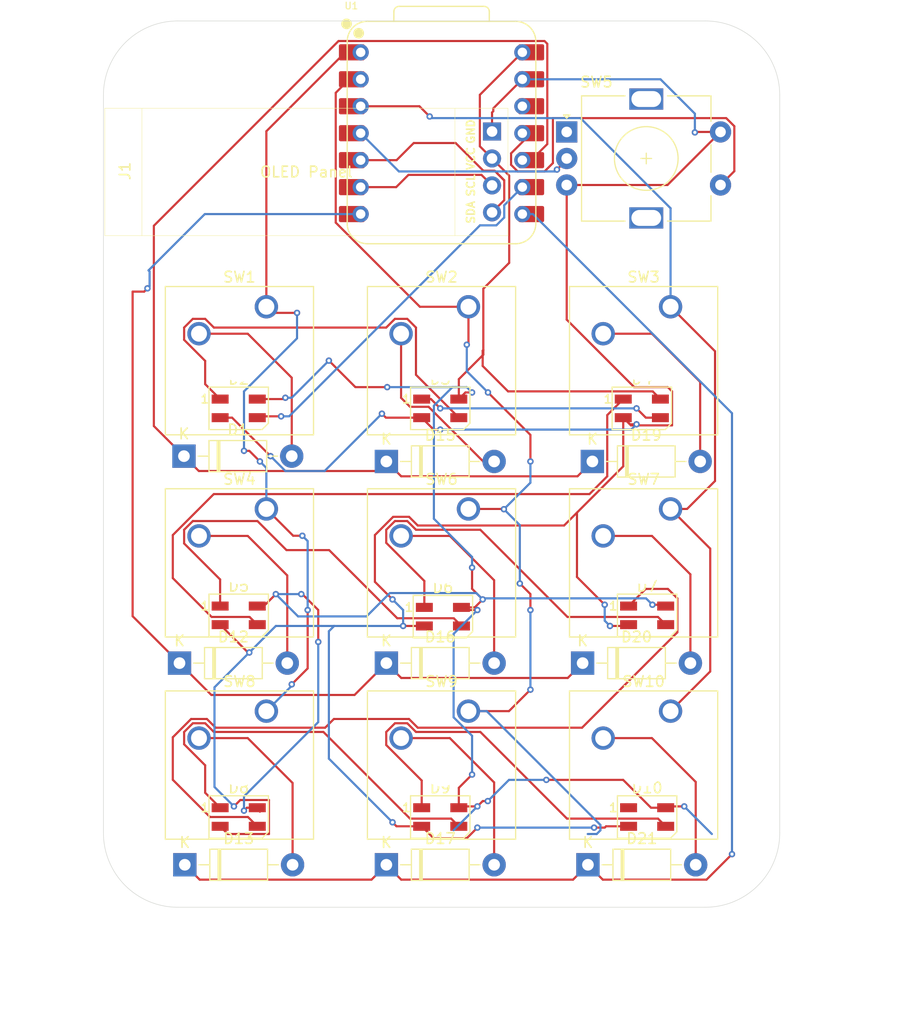
<source format=kicad_pcb>
(kicad_pcb (version 20241229) (generator "pcbnew") (generator_version "9.0")
  (layers (0 "F.Cu" signal) (2 "B.Cu" signal) (13 "F.Paste" user) (15 "B.Paste" user) (5 "F.SilkS" user "F.Silkscreen") (7 "B.SilkS" user "B.Silkscreen") (1 "F.Mask" user) (3 "B.Mask" user) (25 "Edge.Cuts" user))
  (net 0 "")
  (net 1 "+5V")
  (net 2 "GND")
  (net 3 "Net-(D2-DOUT)")
  (net 4 "Net-(D3-DOUT)")
  (net 5 "Net-(D5-DOUT)")
  (net 6 "Net-(D10-DIN)")
  (net 7 "Net-(U1-GPIO28{slash}ADC2{slash}A2)")
  (net 8 "Net-(U1-GPIO3{slash}MOSI)")
  (net 9 "Net-(D1-A)")
  (net 10 "Net-(U1-GPIO26{slash}ADC0{slash}A0)")
  (net 11 "Net-(U1-GPIO27{slash}ADC1{slash}A1)")
  (net 12 "Net-(D1-K)")
  (net 13 "SDA")
  (net 14 "Net-(D4-DOUT)")
  (net 15 "Net-(D6-DOUT)")
  (net 16 "Net-(D7-DOUT)")
  (net 17 "Net-(D8-DOUT)")
  (net 18 "Net-(D12-A)")
  (net 19 "Net-(D12-K)")
  (net 20 "Net-(D13-A)")
  (net 21 "Net-(D13-K)")
  (net 22 "Net-(D15-A)")
  (net 23 "Net-(D16-A)")
  (net 24 "Net-(D17-A)")
  (net 25 "Net-(D19-A)")
  (net 26 "Net-(D20-A)")
  (net 27 "Net-(D21-A)")
  (net 28 "SCL")
  (net 29 "+3V3")
  (net 30 "Net-(U1-GPIO29{slash}ADC3{slash}A3)")
  (net 32 "Yay")
  (footprint "Diode_THT:D_DO-41_SOD81_P10.16mm_Horizontal" (layer "F.Cu") (at 182.92 59.5)
    (property "Reference" "D15")
    (property "Value" "1N4004")
  )
  (footprint "Button_Switch_Keyboard:SW_Cherry_MX_1.00u_PCB" (layer "F.Cu") (at 171.60875 83.02625)
    (property "Reference" "SW8")
    (property "Value" "SW_Push")
  )
  (footprint "LED_SMD:LED_SK6812MINI_PLCC4_3.5x3.5mm_P1.75mm" (layer "F.Cu") (at 207 54.5)
    (property "Reference" "D4")
    (property "Value" "SK6812MINI")
  )
  (footprint "Button_Switch_Keyboard:SW_Cherry_MX_1.00u_PCB" (layer "F.Cu") (at 209.70875 44.92625)
    (property "Reference" "SW3")
    (property "Value" "SW_Push")
  )
  (footprint "LED_SMD:LED_SK6812MINI_PLCC4_3.5x3.5mm_P1.75mm" (layer "F.Cu") (at 169 54.5)
    (property "Reference" "D2")
    (property "Value" "SK6812MINI")
  )
  (footprint "Diode_THT:D_DO-41_SOD81_P10.16mm_Horizontal" (layer "F.Cu") (at 182.92 78.5)
    (property "Reference" "D16")
    (property "Value" "1N4004")
  )
  (footprint "Button_Switch_Keyboard:SW_Cherry_MX_1.00u_PCB" (layer "F.Cu") (at 209.70875 83.02625)
    (property "Reference" "SW10")
    (property "Value" "SW_Push")
  )
  (footprint "Diode_THT:D_DO-41_SOD81_P10.16mm_Horizontal" (layer "F.Cu") (at 182.92 97.5)
    (property "Reference" "D17")
    (property "Value" "1N4004")
  )
  (footprint "LED_SMD:LED_SK6812MINI_PLCC4_3.5x3.5mm_P1.75mm" (layer "F.Cu") (at 169 93)
    (property "Reference" "D8")
    (property "Value" "SK6812MINI")
  )
  (footprint "Button_Switch_Keyboard:SW_Cherry_MX_1.00u_PCB" (layer "F.Cu") (at 171.60875 63.97625)
    (property "Reference" "SW4")
    (property "Value" "SW_Push")
  )
  (footprint "LED_SMD:LED_SK6812MINI_PLCC4_3.5x3.5mm_P1.75mm" (layer "F.Cu") (at 188.25 74.125)
    (property "Reference" "D6")
    (property "Value" "SK6812MINI")
  )
  (footprint "Diode_THT:D_DO-41_SOD81_P10.16mm_Horizontal" (layer "F.Cu") (at 201.42 78.5)
    (property "Reference" "D20")
    (property "Value" "1N4004")
  )
  (footprint "Button_Switch_Keyboard:SW_Cherry_MX_1.00u_PCB" (layer "F.Cu") (at 190.65875 44.92625)
    (property "Reference" "SW2")
    (property "Value" "SW_Push")
  )
  (footprint "Diode_THT:D_DO-41_SOD81_P10.16mm_Horizontal" (layer "F.Cu") (at 201.92 97.5)
    (property "Reference" "D21")
    (property "Value" "1N4004")
  )
  (footprint "Diode_THT:D_DO-41_SOD81_P10.16mm_Horizontal" (layer "F.Cu") (at 163.42 78.5)
    (property "Reference" "D12")
    (property "Value" "1N4004")
  )
  (footprint "Button_Switch_Keyboard:SW_Cherry_MX_1.00u_PCB" (layer "F.Cu") (at 171.60875 44.92625)
    (property "Reference" "SW1")
    (property "Value" "SW_Push")
  )
  (footprint "Button_Switch_Keyboard:SW_Cherry_MX_1.00u_PCB" (layer "F.Cu") (at 190.65875 83.02625)
    (property "Reference" "SW9")
    (property "Value" "SW_Push")
  )
  (footprint "Button_Switch_Keyboard:SW_Cherry_MX_1.00u_PCB" (layer "F.Cu") (at 209.70875 63.97625)
    (property "Reference" "SW7")
    (property "Value" "SW_Push")
  )
  (footprint "LED_SMD:LED_SK6812MINI_PLCC4_3.5x3.5mm_P1.75mm" (layer "F.Cu") (at 207.5 74)
    (property "Reference" "D7")
    (property "Value" "SK6812MINI")
  )
  (footprint "Diode_THT:D_DO-41_SOD81_P10.16mm_Horizontal" (layer "F.Cu") (at 163.92 97.5)
    (property "Reference" "D13")
    (property "Value" "1N4004")
  )
  (footprint "Diode_THT:D_DO-41_SOD81_P10.16mm_Horizontal" (layer "F.Cu") (at 163.84 59)
    (property "Reference" "D1")
    (property "Value" "1N4004")
  )
  (footprint "LED_SMD:LED_SK6812MINI_PLCC4_3.5x3.5mm_P1.75mm" (layer "F.Cu") (at 188 93)
    (property "Reference" "D9")
    (property "Value" "SK6812MINI")
  )
  (footprint "LED_SMD:LED_SK6812MINI_PLCC4_3.5x3.5mm_P1.75mm" (layer "F.Cu") (at 207.5 93)
    (property "Reference" "D10")
    (property "Value" "SK6812MINI")
  )
  (footprint "OPL:XIAO-RP2040-DIP" (layer "F.Cu") (at 188.11875 28.575)
    (property "Reference" "U1")
    (property "Value" "XIAO-RP2040-DIP")
  )
  (footprint "LED_SMD:LED_SK6812MINI_PLCC4_3.5x3.5mm_P1.75mm" (layer "F.Cu") (at 188 54.5)
    (property "Reference" "D3")
    (property "Value" "SK6812MINI")
  )
  (footprint "OLED:SSD1306-0.91-OLED-4pin-128x32" (layer "F.Cu") (at 156.38125 26.22625)
    (property "Reference" "J1")
    (property "Value" "Conn_01x04")
  )
  (footprint "EC11:RotaryEncoder_Alps_EC11E-Switch_Vertical_H20mm" (layer "F.Cu") (at 199.91875 28.45625)
    (property "Reference" "SW5")
    (property "Value" "RotaryEncoder_Switch")
  )
  (footprint "Button_Switch_Keyboard:SW_Cherry_MX_1.00u_PCB" (layer "F.Cu") (at 190.65875 63.97625)
    (property "Reference" "SW6")
    (property "Value" "SW_Push")
  )
  (footprint "LED_SMD:LED_SK6812MINI_PLCC4_3.5x3.5mm_P1.75mm" (layer "F.Cu") (at 169 74)
    (property "Reference" "D5")
    (property "Value" "SK6812MINI")
  )
  (footprint "Diode_THT:D_DO-41_SOD81_P10.16mm_Horizontal" (layer "F.Cu") (at 202.34 59.5)
    (property "Reference" "D19")
    (property "Value" "1N4004")
  )
  (gr_line (start 163.25 18) (end 213 18) (stroke (width 0.05)) (layer "Edge.Cuts"))
  (gr_arc (start 156.25 25) (mid 158.300253 20.050253) (end 163.25 18) (stroke (width 0.05)) (layer "Edge.Cuts"))
  (gr_arc (start 163.25 101.5) (mid 158.300253 99.449747) (end 156.25 94.5) (stroke (width 0.05)) (layer "Edge.Cuts"))
  (gr_line (start 213 101.5) (end 163.25 101.5) (stroke (width 0.05)) (layer "Edge.Cuts"))
  (gr_line (start 156.25 94.5) (end 156.25 25) (stroke (width 0.05)) (layer "Edge.Cuts"))
  (gr_arc (start 213 18) (mid 217.949747 20.050253) (end 220 25) (stroke (width 0.05)) (layer "Edge.Cuts"))
  (gr_line (start 220 25) (end 220 94.5) (stroke (width 0.05)) (layer "Edge.Cuts"))
  (gr_arc (start 220 94.5) (mid 217.949747 99.449747) (end 213 101.5) (stroke (width 0.05)) (layer "Edge.Cuts"))
  (segment (start 189.75 92.125) (end 189.75 90.25) (width 0.2) (layer "F.Cu") (net 1))
  (segment (start 209.125 73) (end 209.25 73.125) (width 0.2) (layer "F.Cu") (net 1))
  (segment (start 171.375 73.125) (end 172.5 72) (width 0.2) (layer "F.Cu") (net 1))
  (segment (start 192 91.5) (end 191.5 92) (width 0.2) (layer "F.Cu") (net 1))
  (segment (start 173.275 53.625) (end 173.4 53.5) (width 0.2) (layer "F.Cu") (net 1))
  (segment (start 177.5 50) (end 180 52.5) (width 0.2) (layer "F.Cu") (net 1))
  (segment (start 192 72.5) (end 191 71.5) (width 0.2) (layer "F.Cu") (net 1))
  (segment (start 209.25 92.125) (end 207.862684 92.125) (width 0.2) (layer "F.Cu") (net 1))
  (segment (start 190.25 73.5) (end 190 73.25) (width 0.2) (layer "F.Cu") (net 1))
  (segment (start 191.73025 29.80525) (end 191.73025 24.9635) (width 0.2) (layer "F.Cu") (net 1))
  (segment (start 194.5 32.575) (end 192.88125 30.95625) (width 0.2) (layer "F.Cu") (net 1))
  (segment (start 191.99775 50.50372) (end 191.99775 49.062) (width 0.2) (layer "F.Cu") (net 1))
  (segment (start 170.75 73.125) (end 171.375 73.125) (width 0.2) (layer "F.Cu") (net 1))
  (segment (start 170.75 92.125) (end 169.775 92.125) (width 0.2) (layer "F.Cu") (net 1))
  (segment (start 190.375 53) (end 189.75 53.625) (width 0.2) (layer "F.Cu") (net 1))
  (segment (start 190 73.25) (end 191.25 73.25) (width 0.2) (layer "F.Cu") (net 1))
  (segment (start 176.5 76.5) (end 176.5 73.5) (width 0.2) (layer "F.Cu") (net 1))
  (segment (start 191.25 73.25) (end 192 72.5) (width 0.2) (layer "F.Cu") (net 1))
  (segment (start 175 72) (end 174.9 72) (width 0.2) (layer "F.Cu") (net 1))
  (segment (start 211 92) (end 209.375 92) (width 0.2) (layer "F.Cu") (net 1))
  (segment (start 194.39303 52.899) (end 191.99775 50.50372) (width 0.2) (layer "F.Cu") (net 1))
  (segment (start 207.862684 92.125) (end 205.237684 89.5) (width 0.2) (layer "F.Cu") (net 1))
  (segment (start 192.05975 43.226436) (end 192.393093 42.893093) (width 0.2) (layer "F.Cu") (net 1))
  (segment (start 192.393093 42.893093) (end 194.5 40.786186) (width 0.2) (layer "F.Cu") (net 1))
  (segment (start 191.5 92) (end 189.875 92) (width 0.2) (layer "F.Cu") (net 1))
  (segment (start 192.88125 30.95625) (end 192.95625 30.95625) (width 0.2) (layer "F.Cu") (net 1))
  (segment (start 208.024 52.899) (end 194.39303 52.899) (width 0.2) (layer "F.Cu") (net 1))
  (segment (start 170.75 53.625) (end 173.275 53.625) (width 0.2) (layer "F.Cu") (net 1))
  (segment (start 169.775 92.125) (end 169.5 92.4) (width 0.2) (layer "F.Cu") (net 1))
  (segment (start 191 53) (end 190.375 53) (width 0.2) (layer "F.Cu") (net 1))
  (segment (start 189.75 51.75) (end 192.05975 49.44025) (width 0.2) (layer "F.Cu") (net 1))
  (segment (start 209.375 92) (end 209.25 92.125) (width 0.2) (layer "F.Cu") (net 1))
  (segment (start 189.75 53.625) (end 189.75 51.75) (width 0.2) (layer "F.Cu") (net 1))
  (segment (start 191.99775 49.062) (end 192.05975 49) (width 0.2) (layer "F.Cu") (net 1))
  (segment (start 176.5 73.5) (end 175 72) (width 0.2) (layer "F.Cu") (net 1))
  (segment (start 191 71.5) (end 191 69.5) (width 0.2) (layer "F.Cu") (net 1))
  (segment (start 191.5 73.5) (end 190.25 73.5) (width 0.2) (layer "F.Cu") (net 1))
  (segment (start 194.5 40.786186) (end 194.5 32.575) (width 0.2) (layer "F.Cu") (net 1))
  (segment (start 170.75 92.125) (end 170.75 92.25) (width 0.2) (layer "F.Cu") (net 1))
  (segment (start 208.75 53.625) (end 208.024 52.899) (width 0.2) (layer "F.Cu") (net 1))
  (segment (start 192.05975 49.44025) (end 192.05975 49) (width 0.2) (layer "F.Cu") (net 1))
  (segment (start 191.73025 24.9635) (end 195.73875 20.955) (width 0.2) (layer "F.Cu") (net 1))
  (segment (start 208 73) (end 209.125 73) (width 0.2) (layer "F.Cu") (net 1))
  (segment (start 189.875 92) (end 189.75 92.125) (width 0.2) (layer "F.Cu") (net 1))
  (segment (start 180 52.5) (end 183 52.5) (width 0.2) (layer "F.Cu") (net 1))
  (segment (start 192.05975 49) (end 192.05975 43.226436) (width 0.2) (layer "F.Cu") (net 1))
  (segment (start 205.237684 89.5) (end 198 89.5) (width 0.2) (layer "F.Cu") (net 1))
  (segment (start 192.48 91.5) (end 192 91.5) (width 0.2) (layer "F.Cu") (net 1))
  (segment (start 170.75 92.25) (end 171 92.5) (width 0.2) (layer "F.Cu") (net 1))
  (segment (start 189.75 90.25) (end 191 89) (width 0.2) (layer "F.Cu") (net 1))
  (segment (start 192.88125 30.95625) (end 191.73025 29.80525) (width 0.2) (layer "F.Cu") (net 1))
  (via (at 169.5 92.4) (size 0.6) (drill 0.3) (layers "F.Cu" "B.Cu") (net 1))
  (via (at 192.48 91.5) (size 0.6) (drill 0.3) (layers "F.Cu" "B.Cu") (net 1))
  (via (at 176.5 76.5) (size 0.6) (drill 0.3) (layers "F.Cu" "B.Cu") (net 1))
  (via (at 174.9 72) (size 0.6) (drill 0.3) (layers "F.Cu" "B.Cu") (net 1))
  (via (at 191.5 92) (size 0.6) (drill 0.3) (layers "F.Cu" "B.Cu") (net 1))
  (via (at 177.5 50) (size 0.6) (drill 0.3) (layers "F.Cu" "B.Cu") (net 1))
  (via (at 183 52.5) (size 0.6) (drill 0.3) (layers "F.Cu" "B.Cu") (net 1))
  (via (at 191.5 73.5) (size 0.6) (drill 0.3) (layers "F.Cu" "B.Cu") (net 1))
  (via (at 192 72.5) (size 0.6) (drill 0.3) (layers "F.Cu" "B.Cu") (net 1))
  (via (at 208 73) (size 0.6) (drill 0.3) (layers "F.Cu" "B.Cu") (net 1))
  (via (at 173.4 53.5) (size 0.6) (drill 0.3) (layers "F.Cu" "B.Cu") (net 1))
  (via (at 172.5 72) (size 0.6) (drill 0.3) (layers "F.Cu" "B.Cu") (net 1))
  (via (at 191 69.5) (size 0.6) (drill 0.3) (layers "F.Cu" "B.Cu") (net 1))
  (via (at 191 53) (size 0.6) (drill 0.3) (layers "F.Cu" "B.Cu") (net 1))
  (via (at 191 89) (size 0.6) (drill 0.3) (layers "F.Cu" "B.Cu") (net 1))
  (via (at 211 92) (size 0.6) (drill 0.3) (layers "F.Cu" "B.Cu") (net 1))
  (via (at 198 89.5) (size 0.6) (drill 0.3) (layers "F.Cu" "B.Cu") (net 1))
  (segment (start 174 53.5) (end 177 50.5) (width 0.2) (layer "B.Cu") (net 1))
  (segment (start 172.5 72) (end 174.601 74.101) (width 0.2) (layer "B.Cu") (net 1))
  (segment (start 189.25775 94.24225) (end 191.5 92) (width 0.2) (layer "B.Cu") (net 1))
  (segment (start 190.5 52.5) (end 191 53) (width 0.2) (layer "B.Cu") (net 1))
  (segment (start 191 89) (end 191 85.348814) (width 0.2) (layer "B.Cu") (net 1))
  (segment (start 177 50.5) (end 177.5 50) (width 0.2) (layer "B.Cu") (net 1))
  (segment (start 194.48 89.5) (end 192.48 91.5) (width 0.2) (layer "B.Cu") (net 1))
  (segment (start 183.251057 71.899) (end 191.399 71.899) (width 0.2) (layer "B.Cu") (net 1))
  (segment (start 174.9 72) (end 172.5 72) (width 0.2) (layer "B.Cu") (net 1))
  (segment (start 191 85.348814) (end 189.25775 83.606564) (width 0.2) (layer "B.Cu") (net 1))
  (segment (start 189.5 52.5) (end 190.5 52.5) (width 0.2) (layer "B.Cu") (net 1))
  (segment (start 183 52.5) (end 189.5 52.5) (width 0.2) (layer "B.Cu") (net 1))
  (segment (start 181.049057 74.101) (end 183.251057 71.899) (width 0.2) (layer "B.Cu") (net 1))
  (segment (start 169.5 92.4) (end 169.5 91.05653) (width 0.2) (layer "B.Cu") (net 1))
  (segment (start 189.150057 52.5) (end 189.5 52.5) (width 0.2) (layer "B.Cu") (net 1))
  (segment (start 207.399 72.399) (end 208 73) (width 0.2) (layer "B.Cu") (net 1))
  (segment (start 169.5 91.05653) (end 176.5 84.05653) (width 0.2) (layer "B.Cu") (net 1))
  (segment (start 213.601 94.601) (end 211 92) (width 0.2) (layer "B.Cu") (net 1))
  (segment (start 191 68.5) (end 187.399 64.899) (width 0.2) (layer "B.Cu") (net 1))
  (segment (start 173.4 53.5) (end 174 53.5) (width 0.2) (layer "B.Cu") (net 1))
  (segment (start 187.399 54.251057) (end 189.150057 52.5) (width 0.2) (layer "B.Cu") (net 1))
  (segment (start 176.5 84.05653) (end 176.5 76.5) (width 0.2) (layer "B.Cu") (net 1))
  (segment (start 198 89.5) (end 194.48 89.5) (width 0.2) (layer "B.Cu") (net 1))
  (segment (start 189.25775 83.606564) (end 189.25775 75.74225) (width 0.2) (layer "B.Cu") (net 1))
  (segment (start 187.399 64.899) (end 187.399 54.251057) (width 0.2) (layer "B.Cu") (net 1))
  (segment (start 191 69.5) (end 191 68.5) (width 0.2) (layer "B.Cu") (net 1))
  (segment (start 191.399 71.899) (end 192 72.5) (width 0.2) (layer "B.Cu") (net 1))
  (segment (start 174.601 74.101) (end 181.049057 74.101) (width 0.2) (layer "B.Cu") (net 1))
  (segment (start 189.25775 75.74225) (end 191.5 73.5) (width 0.2) (layer "B.Cu") (net 1))
  (segment (start 192 72.5) (end 192.101 72.399) (width 0.2) (layer "B.Cu") (net 1))
  (segment (start 192.101 72.399) (end 207.399 72.399) (width 0.2) (layer "B.Cu") (net 1))
  (segment (start 192.91625 28.41625) (end 193 28.5) (width 0.2) (layer "F.Cu") (net 2))
  (segment (start 181.83775 66.438836) (end 181.83775 70.83775) (width 0.2) (layer "F.Cu") (net 2))
  (segment (start 200.88775 64.32135) (end 200.88775 70.38775) (width 0.2) (layer "F.Cu") (net 2))
  (segment (start 185.055164 64.71425) (end 183.562336 64.71425) (width 0.2) (layer "F.Cu") (net 2))
  (segment (start 206.27897 52.498) (end 199.91875 46.13778) (width 0.2) (layer "F.Cu") (net 2))
  (segment (start 192.88125 28.41625) (end 192.88125 26.61875) (width 0.2) (layer "F.Cu") (net 2))
  (segment (start 205.25 55.375) (end 205.25 59.9591) (width 0.2) (layer "F.Cu") (net 2))
  (segment (start 206.5 56) (end 205.875 56) (width 0.2) (layer "F.Cu") (net 2))
  (segment (start 192.88125 28.41625) (end 192.91625 28.41625) (width 0.2) (layer "F.Cu") (net 2))
  (segment (start 203.5 94) (end 203.625 93.875) (width 0.2) (layer "F.Cu") (net 2))
  (segment (start 209.45 52.498) (end 206.27897 52.498) (width 0.2) (layer "F.Cu") (net 2))
  (segment (start 183.875 93.875) (end 186.25 93.875) (width 0.2) (layer "F.Cu") (net 2))
  (segment (start 209.851 52.899) (end 209.45 52.498) (width 0.2) (layer "F.Cu") (net 2))
  (segment (start 193 26.5) (end 193 26.23375) (width 0.2) (layer "F.Cu") (net 2))
  (segment (start 193 26.23375) (end 195.73875 23.495) (width 0.2) (layer "F.Cu") (net 2))
  (segment (start 183.562336 64.71425) (end 181.83775 66.438836) (width 0.2) (layer "F.Cu") (net 2))
  (segment (start 205.976 56.101) (end 209.851 56.101) (width 0.2) (layer "F.Cu") (net 2))
  (segment (start 199.674164 65.534936) (end 185.87585 65.534936) (width 0.2) (layer "F.Cu") (net 2))
  (segment (start 214.41875 28.45625) (end 212.04375 28.45625) (width 0.2) (layer "F.Cu") (net 2))
  (segment (start 187.375 95) (end 190.5 95) (width 0.2) (layer "F.Cu") (net 2))
  (segment (start 185.87585 65.534936) (end 185.055164 64.71425) (width 0.2) (layer "F.Cu") (net 2))
  (segment (start 212.04375 28.45625) (end 212 28.5) (width 0.2) (layer "F.Cu") (net 2))
  (segment (start 171.851 91.399) (end 171.851 94.601) (width 0.2) (layer "F.Cu") (net 2))
  (segment (start 190.5 95) (end 191.5 94) (width 0.2) (layer "F.Cu") (net 2))
  (segment (start 200.88775 64.32135) (end 199.674164 65.534936) (width 0.2) (layer "F.Cu") (net 2))
  (segment (start 186.5 75) (end 184.5 75) (width 0.2) (layer "F.Cu") (net 2))
  (segment (start 187.375 56.5) (end 188 56.5) (width 0.2) (layer "F.Cu") (net 2))
  (segment (start 214.41875 28.45625) (end 209.41875 33.45625) (width 0.2) (layer "F.Cu") (net 2))
  (segment (start 181.83775 70.83775) (end 183.5 72.5) (width 0.2) (layer "F.Cu") (net 2))
  (segment (start 202.5 94) (end 203.5 94) (width 0.2) (layer "F.Cu") (net 2))
  (segment (start 204 75) (end 205.625 75) (width 0.2) (layer "F.Cu") (net 2))
  (segment (start 205.25 59.9591) (end 200.88775 64.32135) (width 0.2) (layer "F.Cu") (net 2))
  (segment (start 205.25 55.375) (end 205.976 56.101) (width 0.2) (layer "F.Cu") (net 2))
  (segment (start 168.375 55.375) (end 172 59) (width 0.2) (layer "F.Cu") (net 2))
  (segment (start 169.151002 91.399) (end 171.851 91.399) (width 0.2) (layer "F.Cu") (net 2))
  (segment (start 171.851 94.601) (end 167.976 94.601) (width 0.2) (layer "F.Cu") (net 2))
  (segment (start 186.25 93.875) (end 187.375 95) (width 0.2) (layer "F.Cu") (net 2))
  (segment (start 183.5 93.5) (end 183.875 93.875) (width 0.2) (layer "F.Cu") (net 2))
  (segment (start 209.41875 33.45625) (end 199.91875 33.45625) (width 0.2) (layer "F.Cu") (net 2))
  (segment (start 192.88125 28.41625) (end 193.41625 28.41625) (width 0.2) (layer "F.Cu") (net 2))
  (segment (start 167.976 94.601) (end 167.25 93.875) (width 0.2) (layer "F.Cu") (net 2))
  (segment (start 167.25 74.875) (end 169.875 77.5) (width 0.2) (layer "F.Cu") (net 2))
  (segment (start 168.550002 92) (end 169.151002 91.399) (width 0.2) (layer "F.Cu") (net 2))
  (segment (start 169.875 77.5) (end 170 77.5) (width 0.2) (layer "F.Cu") (net 2))
  (segment (start 205.875 56) (end 205.25 55.375) (width 0.2) (layer "F.Cu") (net 2))
  (segment (start 182.5 55) (end 182.875 55.375) (width 0.2) (layer "F.Cu") (net 2))
  (segment (start 199.91875 46.13778) (end 199.91875 33.45625) (width 0.2) (layer "F.Cu") (net 2))
  (segment (start 209.851 56.101) (end 209.851 52.899) (width 0.2) (layer "F.Cu") (net 2))
  (segment (start 192.88125 26.61875) (end 193 26.5) (width 0.2) (layer "F.Cu") (net 2))
  (segment (start 182.875 55.375) (end 186.25 55.375) (width 0.2) (layer "F.Cu") (net 2))
  (segment (start 203.625 93.875) (end 205.75 93.875) (width 0.2) (layer "F.Cu") (net 2))
  (segment (start 200.88775 70.38775) (end 203.5 73) (width 0.2) (layer "F.Cu") (net 2))
  (segment (start 186.25 55.375) (end 187.375 56.5) (width 0.2) (layer "F.Cu") (net 2))
  (segment (start 205.625 75) (end 205.75 74.875) (width 0.2) (layer "F.Cu") (net 2))
  (segment (start 167.25 55.375) (end 168.375 55.375) (width 0.2) (layer "F.Cu") (net 2))
  (via (at 212 28.5) (size 0.6) (drill 0.3) (layers "F.Cu" "B.Cu") (net 2))
  (via (at 168.550002 92) (size 0.6) (drill 0.3) (layers "F.Cu" "B.Cu") (net 2))
  (via (at 172 59) (size 0.6) (drill 0.3) (layers "F.Cu" "B.Cu") (net 2))
  (via (at 203.5 73) (size 0.6) (drill 0.3) (layers "F.Cu" "B.Cu") (net 2))
  (via (at 170 77.5) (size 0.6) (drill 0.3) (layers "F.Cu" "B.Cu") (net 2))
  (via (at 182.5 55) (size 0.6) (drill 0.3) (layers "F.Cu" "B.Cu") (net 2))
  (via (at 183.5 93.5) (size 0.6) (drill 0.3) (layers "F.Cu" "B.Cu") (net 2))
  (via (at 202.5 94) (size 0.6) (drill 0.3) (layers "F.Cu" "B.Cu") (net 2))
  (via (at 188 56.5) (size 0.6) (drill 0.3) (layers "F.Cu" "B.Cu") (net 2))
  (via (at 206.5 56) (size 0.6) (drill 0.3) (layers "F.Cu" "B.Cu") (net 2))
  (via (at 204 75) (size 0.6) (drill 0.3) (layers "F.Cu" "B.Cu") (net 2))
  (via (at 183.5 72.5) (size 0.6) (drill 0.3) (layers "F.Cu" "B.Cu") (net 2))
  (via (at 184.5 75) (size 0.6) (drill 0.3) (layers "F.Cu" "B.Cu") (net 2))
  (via (at 191.5 94) (size 0.6) (drill 0.3) (layers "F.Cu" "B.Cu") (net 2))
  (segment (start 212 28.5) (end 212 26.7355) (width 0.2) (layer "B.Cu") (net 2))
  (segment (start 178 75) (end 184.5 75) (width 0.2) (layer "B.Cu") (net 2))
  (segment (start 203.5 74.5) (end 204 75) (width 0.2) (layer "B.Cu") (net 2))
  (segment (start 183.5 72.5) (end 184.5 73.5) (width 0.2) (layer "B.Cu") (net 2))
  (segment (start 177.5 75.5) (end 177.5 82) (width 0.2) (layer "B.Cu") (net 2))
  (segment (start 212 26.7355) (end 208.7595 23.495) (width 0.2) (layer "B.Cu") (net 2))
  (segment (start 203.5 73) (end 203.5 74.5) (width 0.2) (layer "B.Cu") (net 2))
  (segment (start 188 56.5) (end 206 56.5) (width 0.2) (layer "B.Cu") (net 2))
  (segment (start 177.099 60.401) (end 182.5 55) (width 0.2) (layer "B.Cu") (net 2))
  (segment (start 177.5 82) (end 177.5 87.5) (width 0.2) (layer "B.Cu") (net 2))
  (segment (start 172.5 75) (end 178 75) (width 0.2) (layer "B.Cu") (net 2))
  (segment (start 191.5 94) (end 202.5 94) (width 0.2) (layer "B.Cu") (net 2))
  (segment (start 170 77.5) (end 172.5 75) (width 0.2) (layer "B.Cu") (net 2))
  (segment (start 206 56.5) (end 206.5 56) (width 0.2) (layer "B.Cu") (net 2))
  (segment (start 173.401 60.401) (end 177.099 60.401) (width 0.2) (layer "B.Cu") (net 2))
  (segment (start 208.7595 23.495) (end 195.73875 23.495) (width 0.2) (layer "B.Cu") (net 2))
  (segment (start 172 59) (end 173.401 60.401) (width 0.2) (layer "B.Cu") (net 2))
  (segment (start 170 77.5) (end 166.71775 80.78225) (width 0.2) (layer "B.Cu") (net 2))
  (segment (start 177.5 87.5) (end 183.5 93.5) (width 0.2) (layer "B.Cu") (net 2))
  (segment (start 166.71775 80.78225) (end 166.71775 90.167748) (width 0.2) (layer "B.Cu") (net 2))
  (segment (start 178 75) (end 177.5 75.5) (width 0.2) (layer "B.Cu") (net 2))
  (segment (start 166.71775 90.167748) (end 168.550002 92) (width 0.2) (layer "B.Cu") (net 2))
  (segment (start 184.5 73.5) (end 184.5 75) (width 0.2) (layer "B.Cu") (net 2))
  (segment (start 164.678436 46.06525) (end 165.839064 46.06525) (width 0.2) (layer "F.Cu") (net 3))
  (segment (start 167.25 53.625) (end 165.839064 52.214064) (width 0.2) (layer "F.Cu") (net 3))
  (segment (start 182.90775 46.885936) (end 183.728436 46.06525) (width 0.2) (layer "F.Cu") (net 3))
  (segment (start 165.839064 52.214064) (end 165.839064 50.027878) (width 0.2) (layer "F.Cu") (net 3))
  (segment (start 183.728436 46.06525) (end 184.889064 46.06525) (width 0.2) (layer "F.Cu") (net 3))
  (segment (start 163.85775 46.885936) (end 164.678436 46.06525) (width 0.2) (layer "F.Cu") (net 3))
  (segment (start 184.889064 46.06525) (end 185.70975 46.885936) (width 0.2) (layer "F.Cu") (net 3))
  (segment (start 163.85775 48.046564) (end 163.85775 46.885936) (width 0.2) (layer "F.Cu") (net 3))
  (segment (start 165.839064 50.027878) (end 163.85775 48.046564) (width 0.2) (layer "F.Cu") (net 3))
  (segment (start 185.70975 51.33475) (end 189.75 55.375) (width 0.2) (layer "F.Cu") (net 3))
  (segment (start 166.65975 46.885936) (end 182.90775 46.885936) (width 0.2) (layer "F.Cu") (net 3))
  (segment (start 185.70975 46.885936) (end 185.70975 51.33475) (width 0.2) (layer "F.Cu") (net 3))
  (segment (start 165.839064 46.06525) (end 166.65975 46.885936) (width 0.2) (layer "F.Cu") (net 3))
  (segment (start 208.75 55.375) (end 207.375 55.375) (width 0.2) (layer "F.Cu") (net 4))
  (segment (start 207.375 55.375) (end 206.5 54.5) (width 0.2) (layer "F.Cu") (net 4))
  (segment (start 187.125 53.625) (end 186.25 53.625) (width 0.2) (layer "F.Cu") (net 4))
  (segment (start 188 54.5) (end 187.125 53.625) (width 0.2) (layer "F.Cu") (net 4))
  (via (at 188 54.5) (size 0.6) (drill 0.3) (layers "F.Cu" "B.Cu") (net 4))
  (via (at 206.5 54.5) (size 0.6) (drill 0.3) (layers "F.Cu" "B.Cu") (net 4))
  (segment (start 206.5 54.5) (end 188 54.5) (width 0.2) (layer "B.Cu") (net 4))
  (segment (start 167.25 70.61903) (end 163.85775 67.22678) (width 0.2) (layer "F.Cu") (net 5))
  (segment (start 170.766436 65.11525) (end 173.506436 67.85525) (width 0.2) (layer "F.Cu") (net 5))
  (segment (start 164.678436 65.11525) (end 170.766436 65.11525) (width 0.2) (layer "F.Cu") (net 5))
  (segment (start 177.52825 67.85525) (end 183.947 74.274) (width 0.2) (layer "F.Cu") (net 5))
  (segment (start 173.506436 67.85525) (end 177.52825 67.85525) (width 0.2) (layer "F.Cu") (net 5))
  (segment (start 183.947 74.274) (end 189.274 74.274) (width 0.2) (layer "F.Cu") (net 5))
  (segment (start 163.85775 67.22678) (end 163.85775 65.935936) (width 0.2) (layer "F.Cu") (net 5))
  (segment (start 189.274 74.274) (end 190 75) (width 0.2) (layer "F.Cu") (net 5))
  (segment (start 167.25 73.125) (end 167.25 70.61903) (width 0.2) (layer "F.Cu") (net 5))
  (segment (start 163.85775 65.935936) (end 164.678436 65.11525) (width 0.2) (layer "F.Cu") (net 5))
  (segment (start 199.93997 93.149) (end 191.776906 84.985936) (width 0.2) (layer "F.Cu") (net 6))
  (segment (start 209.25 93.875) (end 208.524 93.149) (width 0.2) (layer "F.Cu") (net 6))
  (segment (start 208.524 93.149) (end 199.93997 93.149) (width 0.2) (layer "F.Cu") (net 6))
  (segment (start 182.90775 86.220066) (end 186.25 89.562316) (width 0.2) (layer "F.Cu") (net 6))
  (segment (start 184.889064 84.16525) (end 183.728436 84.16525) (width 0.2) (layer "F.Cu") (net 6))
  (segment (start 191.776906 84.985936) (end 185.70975 84.985936) (width 0.2) (layer "F.Cu") (net 6))
  (segment (start 185.70975 84.985936) (end 184.889064 84.16525) (width 0.2) (layer "F.Cu") (net 6))
  (segment (start 186.25 89.562316) (end 186.25 92.125) (width 0.2) (layer "F.Cu") (net 6))
  (segment (start 182.90775 84.985936) (end 182.90775 86.220066) (width 0.2) (layer "F.Cu") (net 6))
  (segment (start 183.728436 84.16525) (end 182.90775 84.985936) (width 0.2) (layer "F.Cu") (net 6))
  (segment (start 186.035 26.035) (end 187 27) (width 0.2) (layer "F.Cu") (net 7))
  (segment (start 213.44975 67.71725) (end 213.44975 79.28525) (width 0.2) (layer "F.Cu") (net 7))
  (segment (start 211.264384 63.97625) (end 209.70875 63.97625) (width 0.2) (layer "F.Cu") (net 7))
  (segment (start 213.901 49.1185) (end 213.901 61.339634) (width 0.2) (layer "F.Cu") (net 7))
  (segment (start 213.44975 79.28525) (end 209.70875 83.02625) (width 0.2) (layer "F.Cu") (net 7))
  (segment (start 209.70875 44.92625) (end 213.901 49.1185) (width 0.2) (layer "F.Cu") (net 7))
  (segment (start 209.70875 63.97625) (end 213.44975 67.71725) (width 0.2) (layer "F.Cu") (net 7))
  (segment (start 213.901 61.339634) (end 211.264384 63.97625) (width 0.2) (layer "F.Cu") (net 7))
  (segment (start 180.49875 26.035) (end 186.035 26.035) (width 0.2) (layer "F.Cu") (net 7))
  (via (at 187 27) (size 0.6) (drill 0.3) (layers "F.Cu" "B.Cu") (net 7))
  (segment (start 187.15525 27.15525) (end 201.21975 27.15525) (width 0.2) (layer "B.Cu") (net 7))
  (segment (start 201.21975 27.15525) (end 209.70875 35.64425) (width 0.2) (layer "B.Cu") (net 7))
  (segment (start 187 27) (end 187.15525 27.15525) (width 0.2) (layer "B.Cu") (net 7))
  (segment (start 209.70875 35.64425) (end 209.70875 44.92625) (width 0.2) (layer "B.Cu") (net 7))
  (segment (start 215.71975 32.15525) (end 215.71975 27.917358) (width 0.2) (layer "F.Cu") (net 8))
  (segment (start 198.61775 27.15525) (end 198.61775 31.389626) (width 0.2) (layer "F.Cu") (net 8))
  (segment (start 215.71975 27.917358) (end 214.957642 27.15525) (width 0.2) (layer "F.Cu") (net 8))
  (segment (start 214.957642 27.15525) (end 198.61775 27.15525) (width 0.2) (layer "F.Cu") (net 8))
  (segment (start 198.61775 31.389626) (end 197.829376 32.178) (width 0.2) (layer "F.Cu") (net 8))
  (segment (start 194.67575 30.473) (end 196.57375 28.575) (width 0.2) (layer "F.Cu") (net 8))
  (segment (start 194.67575 31.55531) (end 194.67575 30.473) (width 0.2) (layer "F.Cu") (net 8))
  (segment (start 214.41875 33.45625) (end 215.71975 32.15525) (width 0.2) (layer "F.Cu") (net 8))
  (segment (start 197.829376 32.178) (end 195.29844 32.178) (width 0.2) (layer "F.Cu") (net 8))
  (segment (start 195.29844 32.178) (end 194.67575 31.55531) (width 0.2) (layer "F.Cu") (net 8))
  (segment (start 174 51.612684) (end 169.853566 47.46625) (width 0.2) (layer "F.Cu") (net 9))
  (segment (start 169.853566 47.46625) (end 165.25875 47.46625) (width 0.2) (layer "F.Cu") (net 9))
  (segment (start 174 59) (end 174 51.612684) (width 0.2) (layer "F.Cu") (net 9))
  (segment (start 169.5 58.5) (end 170 58.5) (width 0.2) (layer "F.Cu") (net 10))
  (segment (start 174.1325 66.5) (end 175 66.5) (width 0.2) (layer "F.Cu") (net 10))
  (segment (start 172.1825 45.5) (end 174.5 45.5) (width 0.2) (layer "F.Cu") (net 10))
  (segment (start 175.5 79) (end 174 80.5) (width 0.2) (layer "F.Cu") (net 10))
  (segment (start 175.5 73.5) (end 175.5 79) (width 0.2) (layer "F.Cu") (net 10))
  (segment (start 179.045 20.955) (end 180.49875 20.955) (width 0.2) (layer "F.Cu") (net 10))
  (segment (start 171.60875 28.39125) (end 179.045 20.955) (width 0.2) (layer "F.Cu") (net 10))
  (segment (start 171.60875 44.92625) (end 171.60875 28.39125) (width 0.2) (layer "F.Cu") (net 10))
  (segment (start 171.60875 63.97625) (end 174.1325 66.5) (width 0.2) (layer "F.Cu") (net 10))
  (segment (start 171.60875 44.92625) (end 172.1825 45.5) (width 0.2) (layer "F.Cu") (net 10))
  (segment (start 170 58.5) (end 171 59.5) (width 0.2) (layer "F.Cu") (net 10))
  (via (at 169.5 58.5) (size 0.6) (drill 0.3) (layers "F.Cu" "B.Cu") (net 10))
  (via (at 175.5 73.5) (size 0.6) (drill 0.3) (layers "F.Cu" "B.Cu") (net 10))
  (via (at 171 59.5) (size 0.6) (drill 0.3) (layers "F.Cu" "B.Cu") (net 10))
  (via (at 174 80.5) (size 0.6) (drill 0.3) (layers "F.Cu" "B.Cu") (net 10))
  (via (at 175 66.5) (size 0.6) (drill 0.3) (layers "F.Cu" "B.Cu") (net 10))
  (via (at 174.5 45.5) (size 0.6) (drill 0.3) (layers "F.Cu" "B.Cu") (net 10))
  (segment (start 174 80.635) (end 171.60875 83.02625) (width 0.2) (layer "B.Cu") (net 10))
  (segment (start 169.5 52.899816) (end 169.5 58.5) (width 0.2) (layer "B.Cu") (net 10))
  (segment (start 171.60875 60.10875) (end 171.60875 63.97625) (width 0.2) (layer "B.Cu") (net 10))
  (segment (start 175.5 67) (end 175.5 73.5) (width 0.2) (layer "B.Cu") (net 10))
  (segment (start 171 59.5) (end 171.60875 60.10875) (width 0.2) (layer "B.Cu") (net 10))
  (segment (start 174.5 47.899816) (end 169.5 52.899816) (width 0.2) (layer "B.Cu") (net 10))
  (segment (start 174.5 45.5) (end 174.5 47.899816) (width 0.2) (layer "B.Cu") (net 10))
  (segment (start 174 80.5) (end 174 80.635) (width 0.2) (layer "B.Cu") (net 10))
  (segment (start 175 66.5) (end 175.5 67) (width 0.2) (layer "B.Cu") (net 10))
  (segment (start 190.65875 83.02625) (end 194.47375 83.02625) (width 0.2) (layer "F.Cu") (net 11))
  (segment (start 190.65875 44.92625) (end 190.65875 48.34125) (width 0.2) (layer "F.Cu") (net 11))
  (segment (start 194 64) (end 193.97625 63.97625) (width 0.2) (layer "F.Cu") (net 11))
  (segment (start 196.5 73.5) (end 196.5 72) (width 0.2) (layer "F.Cu") (net 11))
  (segment (start 186.076374 44.92625) (end 190.65875 44.92625) (width 0.2) (layer "F.Cu") (net 11))
  (segment (start 178.14675 36.996626) (end 186.076374 44.92625) (width 0.2) (layer "F.Cu") (net 11))
  (segment (start 190.65875 48.34125) (end 190.5 48.5) (width 0.2) (layer "F.Cu") (net 11))
  (segment (start 193.97625 63.97625) (end 190.65875 63.97625) (width 0.2) (layer "F.Cu") (net 11))
  (segment (start 196.5 57) (end 196.5 59.5) (width 0.2) (layer "F.Cu") (net 11))
  (segment (start 180.49875 23.495) (end 179.42112 23.495) (width 0.2) (layer "F.Cu") (net 11))
  (segment (start 192.5 53) (end 196.5 57) (width 0.2) (layer "F.Cu") (net 11))
  (segment (start 194.47375 83.02625) (end 196.5 81) (width 0.2) (layer "F.Cu") (net 11))
  (segment (start 178.14675 24.76937) (end 178.14675 36.996626) (width 0.2) (layer "F.Cu") (net 11))
  (segment (start 196.5 72) (end 195.5 71) (width 0.2) (layer "F.Cu") (net 11))
  (segment (start 179.42112 23.495) (end 178.14675 24.76937) (width 0.2) (layer "F.Cu") (net 11))
  (via (at 196.5 73.5) (size 0.6) (drill 0.3) (layers "F.Cu" "B.Cu") (net 11))
  (via (at 194 64) (size 0.6) (drill 0.3) (layers "F.Cu" "B.Cu") (net 11))
  (via (at 190.5 48.5) (size 0.6) (drill 0.3) (layers "F.Cu" "B.Cu") (net 11))
  (via (at 196.5 81) (size 0.6) (drill 0.3) (layers "F.Cu" "B.Cu") (net 11))
  (via (at 196.5 59.5) (size 0.6) (drill 0.3) (layers "F.Cu" "B.Cu") (net 11))
  (via (at 195.5 71) (size 0.6) (drill 0.3) (layers "F.Cu" "B.Cu") (net 11))
  (via (at 192.5 53) (size 0.6) (drill 0.3) (layers "F.Cu" "B.Cu") (net 11))
  (segment (start 195.5 65.5) (end 194 64) (width 0.2) (layer "B.Cu") (net 11))
  (segment (start 196.5 61.5) (end 194 64) (width 0.2) (layer "B.Cu") (net 11))
  (segment (start 203.101 93.751057) (end 192.376193 83.02625) (width 0.2) (layer "B.Cu") (net 11))
  (segment (start 196.5 59.5) (end 196.5 61.5) (width 0.2) (layer "B.Cu") (net 11))
  (segment (start 196.5 81) (end 196.5 73.5) (width 0.2) (layer "B.Cu") (net 11))
  (segment (start 202.748943 94.601) (end 203.101 94.248943) (width 0.2) (layer "B.Cu") (net 11))
  (segment (start 203.101 94.248943) (end 203.101 93.751057) (width 0.2) (layer "B.Cu") (net 11))
  (segment (start 201.899 94.601) (end 202.748943 94.601) (width 0.2) (layer "B.Cu") (net 11))
  (segment (start 190.5 48.5) (end 190.5 51) (width 0.2) (layer "B.Cu") (net 11))
  (segment (start 192.376193 83.02625) (end 190.65875 83.02625) (width 0.2) (layer "B.Cu") (net 11))
  (segment (start 195.5 71) (end 195.5 65.5) (width 0.2) (layer "B.Cu") (net 11))
  (segment (start 190.5 51) (end 192.5 53) (width 0.2) (layer "B.Cu") (net 11))
  (segment (start 163.84 59) (end 161 56.16) (width 0.2) (layer "F.Cu") (net 12))
  (segment (start 182.92 59.5) (end 182.019 60.401) (width 0.2) (layer "F.Cu") (net 12))
  (segment (start 184.321 60.901) (end 182.92 59.5) (width 0.2) (layer "F.Cu") (net 12))
  (segment (start 161 56.16) (end 161 37.300124) (width 0.2) (layer "F.Cu") (net 12))
  (segment (start 178.408124 19.892) (end 197.829376 19.892) (width 0.2) (layer "F.Cu") (net 12))
  (segment (start 200.939 60.901) (end 184.321 60.901) (width 0.2) (layer "F.Cu") (net 12))
  (segment (start 197.829376 19.892) (end 198.09075 20.153374) (width 0.2) (layer "F.Cu") (net 12))
  (segment (start 165.241 60.401) (end 163.84 59) (width 0.2) (layer "F.Cu") (net 12))
  (segment (start 202.34 59.5) (end 200.939 60.901) (width 0.2) (layer "F.Cu") (net 12))
  (segment (start 161 37.300124) (end 178.408124 19.892) (width 0.2) (layer "F.Cu") (net 12))
  (segment (start 198.09075 20.153374) (end 198.09075 29.598) (width 0.2) (layer "F.Cu") (net 12))
  (segment (start 182.019 60.401) (end 165.241 60.401) (width 0.2) (layer "F.Cu") (net 12))
  (segment (start 198.09075 29.598) (end 196.57375 31.115) (width 0.2) (layer "F.Cu") (net 12))
  (segment (start 194.03225 33.01949) (end 193.12001 32.10725) (width 0.2) (layer "F.Cu") (net 13))
  (segment (start 189.4521 29.5) (end 185.5 29.5) (width 0.2) (layer "F.Cu") (net 13))
  (segment (start 192.05935 32.10725) (end 189.4521 29.5) (width 0.2) (layer "F.Cu") (net 13))
  (segment (start 185.5 29.5) (end 183.885 31.115) (width 0.2) (layer "F.Cu") (net 13))
  (segment (start 192.88125 36.03625) (end 194.03225 34.88525) (width 0.2) (layer "F.Cu") (net 13))
  (segment (start 183.885 31.115) (end 180.49875 31.115) (width 0.2) (layer "F.Cu") (net 13))
  (segment (start 194.03225 33.01949) (end 193.35801 32.34525) (width 0.2) (layer "F.Cu") (net 13))
  (segment (start 194.03225 34.88525) (end 194.03225 33.01949) (width 0.2) (layer "F.Cu") (net 13))
  (segment (start 193.12001 32.10725) (end 192.05935 32.10725) (width 0.2) (layer "F.Cu") (net 13))
  (segment (start 203.741 55.134) (end 203.741 60.901) (width 0.2) (layer "F.Cu") (net 14))
  (segment (start 203.741 60.901) (end 202.06675 62.57525) (width 0.2) (layer "F.Cu") (net 14))
  (segment (start 162.78775 66.438836) (end 162.78775 70.48975) (width 0.2) (layer "F.Cu") (net 14))
  (segment (start 166.651336 62.57525) (end 162.78775 66.438836) (width 0.2) (layer "F.Cu") (net 14))
  (segment (start 202.06675 62.57525) (end 166.651336 62.57525) (width 0.2) (layer "F.Cu") (net 14))
  (segment (start 166.447 74.149) (end 170.024 74.149) (width 0.2) (layer "F.Cu") (net 14))
  (segment (start 162.78775 70.48975) (end 166.447 74.149) (width 0.2) (layer "F.Cu") (net 14))
  (segment (start 170.024 74.149) (end 170.75 74.875) (width 0.2) (layer "F.Cu") (net 14))
  (segment (start 205.25 53.625) (end 203.741 55.134) (width 0.2) (layer "F.Cu") (net 14))
  (segment (start 182.90775 67.170066) (end 186.5 70.762316) (width 0.2) (layer "F.Cu") (net 15))
  (segment (start 182.90775 65.935936) (end 182.90775 67.170066) (width 0.2) (layer "F.Cu") (net 15))
  (segment (start 191.776906 65.935936) (end 185.70975 65.935936) (width 0.2) (layer "F.Cu") (net 15))
  (segment (start 209.25 74.875) (end 208.524 74.149) (width 0.2) (layer "F.Cu") (net 15))
  (segment (start 186.5 70.762316) (end 186.5 73.25) (width 0.2) (layer "F.Cu") (net 15))
  (segment (start 199.98997 74.149) (end 191.776906 65.935936) (width 0.2) (layer "F.Cu") (net 15))
  (segment (start 184.889064 65.11525) (end 183.728436 65.11525) (width 0.2) (layer "F.Cu") (net 15))
  (segment (start 183.728436 65.11525) (end 182.90775 65.935936) (width 0.2) (layer "F.Cu") (net 15))
  (segment (start 208.524 74.149) (end 199.98997 74.149) (width 0.2) (layer "F.Cu") (net 15))
  (segment (start 185.70975 65.935936) (end 184.889064 65.11525) (width 0.2) (layer "F.Cu") (net 15))
  (segment (start 207.364998 71.510002) (end 209.462002 71.510002) (width 0.2) (layer "F.Cu") (net 16))
  (segment (start 209.462002 71.510002) (end 210.351 72.399) (width 0.2) (layer "F.Cu") (net 16))
  (segment (start 177.152036 84.584936) (end 166.82585 84.584936) (width 0.2) (layer "F.Cu") (net 16))
  (segment (start 169.875 93) (end 170.75 93.875) (width 0.2) (layer "F.Cu") (net 16))
  (segment (start 185.87585 84.584936) (end 185.055164 83.76425) (width 0.2) (layer "F.Cu") (net 16))
  (segment (start 185.055164 83.76425) (end 177.972722 83.76425) (width 0.2) (layer "F.Cu") (net 16))
  (segment (start 162.78775 85.488836) (end 162.78775 89.48975) (width 0.2) (layer "F.Cu") (net 16))
  (segment (start 166.298 93) (end 169.875 93) (width 0.2) (layer "F.Cu") (net 16))
  (segment (start 201.367064 84.584936) (end 185.87585 84.584936) (width 0.2) (layer "F.Cu") (net 16))
  (segment (start 164.512336 83.76425) (end 162.78775 85.488836) (width 0.2) (layer "F.Cu") (net 16))
  (segment (start 210.351 72.399) (end 210.351 75.601) (width 0.2) (layer "F.Cu") (net 16))
  (segment (start 205.75 73.125) (end 207.364998 71.510002) (width 0.2) (layer "F.Cu") (net 16))
  (segment (start 162.78775 89.48975) (end 166.298 93) (width 0.2) (layer "F.Cu") (net 16))
  (segment (start 166.82585 84.584936) (end 166.005164 83.76425) (width 0.2) (layer "F.Cu") (net 16))
  (segment (start 210.351 75.601) (end 201.367064 84.584936) (width 0.2) (layer "F.Cu") (net 16))
  (segment (start 177.972722 83.76425) (end 177.152036 84.584936) (width 0.2) (layer "F.Cu") (net 16))
  (segment (start 166.005164 83.76425) (end 164.512336 83.76425) (width 0.2) (layer "F.Cu") (net 16))
  (segment (start 189.024 93.149) (end 189.75 93.875) (width 0.2) (layer "F.Cu") (net 17))
  (segment (start 176.985936 84.985936) (end 185.149 93.149) (width 0.2) (layer "F.Cu") (net 17))
  (segment (start 164.678436 84.16525) (end 165.839064 84.16525) (width 0.2) (layer "F.Cu") (net 17))
  (segment (start 165.839064 84.16525) (end 166.65975 84.985936) (width 0.2) (layer "F.Cu") (net 17))
  (segment (start 166.65975 84.985936) (end 176.985936 84.985936) (width 0.2) (layer "F.Cu") (net 17))
  (segment (start 165.839064 90.714064) (end 165.839064 88.127878) (width 0.2) (layer "F.Cu") (net 17))
  (segment (start 167.25 92.125) (end 165.839064 90.714064) (width 0.2) (layer "F.Cu") (net 17))
  (segment (start 185.149 93.149) (end 189.024 93.149) (width 0.2) (layer "F.Cu") (net 17))
  (segment (start 165.839064 88.127878) (end 163.85775 86.146564) (width 0.2) (layer "F.Cu") (net 17))
  (segment (start 163.85775 86.146564) (end 163.85775 84.985936) (width 0.2) (layer "F.Cu") (net 17))
  (segment (start 163.85775 84.985936) (end 164.678436 84.16525) (width 0.2) (layer "F.Cu") (net 17))
  (segment (start 173.58 78.5) (end 173.58 70.242684) (width 0.2) (layer "F.Cu") (net 18))
  (segment (start 173.58 70.242684) (end 169.853566 66.51625) (width 0.2) (layer "F.Cu") (net 18))
  (segment (start 169.853566 66.51625) (end 165.25875 66.51625) (width 0.2) (layer "F.Cu") (net 18))
  (segment (start 166.42 81.5) (end 163.42 78.5) (width 0.2) (layer "F.Cu") (net 19))
  (segment (start 159 43.5) (end 160.092821 43.5) (width 0.2) (layer "F.Cu") (net 19))
  (segment (start 179.92 81.5) (end 166.42 81.5) (width 0.2) (layer "F.Cu") (net 19))
  (segment (start 160.092821 43.5) (end 160.4 43.192821) (width 0.2) (layer "F.Cu") (net 19))
  (segment (start 182.92 78.5) (end 179.92 81.5) (width 0.2) (layer "F.Cu") (net 19))
  (segment (start 200.019 79.901) (end 184.321 79.901) (width 0.2) (layer "F.Cu") (net 19))
  (segment (start 201.42 78.5) (end 200.019 79.901) (width 0.2) (layer "F.Cu") (net 19))
  (segment (start 184.321 79.901) (end 182.92 78.5) (width 0.2) (layer "F.Cu") (net 19))
  (segment (start 163.42 78.5) (end 159 74.08) (width 0.2) (layer "F.Cu") (net 19))
  (segment (start 159 74.08) (end 159 43.5) (width 0.2) (layer "F.Cu") (net 19))
  (via (at 160.4 43.192821) (size 0.6) (drill 0.3) (layers "F.Cu" "B.Cu") (net 19))
  (segment (start 165.805 36.195) (end 180.49875 36.195) (width 0.2) (layer "B.Cu") (net 19))
  (segment (start 160.601 42.991821) (end 160.601 41.601) (width 0.2) (layer "B.Cu") (net 19))
  (segment (start 160.4 43.192821) (end 160.601 42.991821) (width 0.2) (layer "B.Cu") (net 19))
  (segment (start 160.5 41.5) (end 165.805 36.195) (width 0.2) (layer "B.Cu") (net 19))
  (segment (start 160.601 41.601) (end 160.5 41.5) (width 0.2) (layer "B.Cu") (net 19))
  (segment (start 174.08 97.5) (end 174.08 89.792684) (width 0.2) (layer "F.Cu") (net 20))
  (segment (start 169.853566 85.56625) (end 165.25875 85.56625) (width 0.2) (layer "F.Cu") (net 20))
  (segment (start 174.08 89.792684) (end 169.853566 85.56625) (width 0.2) (layer "F.Cu") (net 20))
  (segment (start 182.92 97.5) (end 184.321 98.901) (width 0.2) (layer "F.Cu") (net 21))
  (segment (start 182.92 97.5) (end 181.519 98.901) (width 0.2) (layer "F.Cu") (net 21))
  (segment (start 165.321 98.901) (end 163.92 97.5) (width 0.2) (layer "F.Cu") (net 21))
  (segment (start 184.321 98.901) (end 200.519 98.901) (width 0.2) (layer "F.Cu") (net 21))
  (segment (start 200.519 98.901) (end 201.92 97.5) (width 0.2) (layer "F.Cu") (net 21))
  (segment (start 213.099 98.901) (end 215.5 96.5) (width 0.2) (layer "F.Cu") (net 21))
  (segment (start 203.321 98.901) (end 213.099 98.901) (width 0.2) (layer "F.Cu") (net 21))
  (segment (start 201.92 97.5) (end 203.321 98.901) (width 0.2) (layer "F.Cu") (net 21))
  (segment (start 181.519 98.901) (end 165.321 98.901) (width 0.2) (layer "F.Cu") (net 21))
  (via (at 215.5 96.5) (size 0.6) (drill 0.3) (layers "F.Cu" "B.Cu") (net 21))
  (segment (start 196.73903 36.195) (end 195.73875 36.195) (width 0.2) (layer "B.Cu") (net 21))
  (segment (start 215.5 96.5) (end 215.5 54.95597) (width 0.2) (layer "B.Cu") (net 21))
  (segment (start 215.5 54.95597) (end 196.73903 36.195) (width 0.2) (layer "B.Cu") (net 21))
  (segment (start 184.30875 53.51075) (end 184.30875 47.46625) (width 0.2) (layer "F.Cu") (net 22))
  (segment (start 192.048 59.5) (end 186.899 54.351) (width 0.2) (layer "F.Cu") (net 22))
  (segment (start 185.149 54.351) (end 184.30875 53.51075) (width 0.2) (layer "F.Cu") (net 22))
  (segment (start 186.899 54.351) (end 185.149 54.351) (width 0.2) (layer "F.Cu") (net 22))
  (segment (start 193.08 59.5) (end 192.048 59.5) (width 0.2) (layer "F.Cu") (net 22))
  (segment (start 188.903566 66.51625) (end 184.30875 66.51625) (width 0.2) (layer "F.Cu") (net 23))
  (segment (start 193.08 70.692684) (end 188.903566 66.51625) (width 0.2) (layer "F.Cu") (net 23))
  (segment (start 193.08 78.5) (end 193.08 70.692684) (width 0.2) (layer "F.Cu") (net 23))
  (segment (start 193.08 89.742684) (end 188.903566 85.56625) (width 0.2) (layer "F.Cu") (net 24))
  (segment (start 193.08 97.5) (end 193.08 89.742684) (width 0.2) (layer "F.Cu") (net 24))
  (segment (start 188.903566 85.56625) (end 184.30875 85.56625) (width 0.2) (layer "F.Cu") (net 24))
  (segment (start 212.5 52.012684) (end 207.953566 47.46625) (width 0.2) (layer "F.Cu") (net 25))
  (segment (start 212.5 59.5) (end 212.5 52.012684) (width 0.2) (layer "F.Cu") (net 25))
  (segment (start 207.953566 47.46625) (end 203.35875 47.46625) (width 0.2) (layer "F.Cu") (net 25))
  (segment (start 211.58 78.5) (end 211.58 70.142684) (width 0.2) (layer "F.Cu") (net 26))
  (segment (start 207.953566 66.51625) (end 203.35875 66.51625) (width 0.2) (layer "F.Cu") (net 26))
  (segment (start 211.58 70.142684) (end 207.953566 66.51625) (width 0.2) (layer "F.Cu") (net 26))
  (segment (start 212.08 97.5) (end 212.08 89.692684) (width 0.2) (layer "F.Cu") (net 27))
  (segment (start 207.953566 85.56625) (end 203.35875 85.56625) (width 0.2) (layer "F.Cu") (net 27))
  (segment (start 212.08 89.692684) (end 207.953566 85.56625) (width 0.2) (layer "F.Cu") (net 27))
  (segment (start 192.88125 33.49625) (end 191.885 32.5) (width 0.2) (layer "F.Cu") (net 28))
  (segment (start 185 32.5) (end 183.845 33.655) (width 0.2) (layer "F.Cu") (net 28))
  (segment (start 191.885 32.5) (end 185 32.5) (width 0.2) (layer "F.Cu") (net 28))
  (segment (start 183.845 33.655) (end 180.49875 33.655) (width 0.2) (layer "F.Cu") (net 28))
  (segment (start 199.91875 31.08125) (end 199 32) (width 0.2) (layer "F.Cu") (net 30))
  (segment (start 199.91875 30.95625) (end 199.91875 31.08125) (width 0.2) (layer "F.Cu") (net 30))
  (via (at 199 32) (size 0.6) (drill 0.3) (layers "F.Cu" "B.Cu") (net 30))
  (segment (start 198.822 32.178) (end 184.10175 32.178) (width 0.2) (layer "B.Cu") (net 30))
  (segment (start 199 32) (end 198.822 32.178) (width 0.2) (layer "B.Cu") (net 30))
  (segment (start 184.10175 32.178) (end 180.49875 28.575) (width 0.2) (layer "B.Cu") (net 30))
  (segment (start 173 55.25) (end 171.1921 55.25) (width 0.2) (layer "F.Cu") (net 32))
  (segment (start 171.1921 55.25) (end 171.03355 55.09145) (width 0.2) (layer "F.Cu") (net 32))
  (via (at 173 55.25) (size 0.6) (drill 0.3) (layers "F.Cu" "B.Cu") (net 32))
  (segment (start 173.75 55.25) (end 173 55.25) (width 0.2) (layer "B.Cu") (net 32))
  (segment (start 191.742 37.258) (end 193.28726 37.258) (width 0.2) (layer "B.Cu") (net 32))
  (segment (start 194.03225 35.3615) (end 195.73875 33.655) (width 0.2) (layer "B.Cu") (net 32))
  (segment (start 193.28726 37.258) (end 194.03225 36.51301) (width 0.2) (layer "B.Cu") (net 32))
  (segment (start 191.742 37.258) (end 173.75 55.25) (width 0.2) (layer "B.Cu") (net 32))
  (segment (start 194.03225 36.51301) (end 194.03225 35.3615) (width 0.2) (layer "B.Cu") (net 32))
)
</source>
